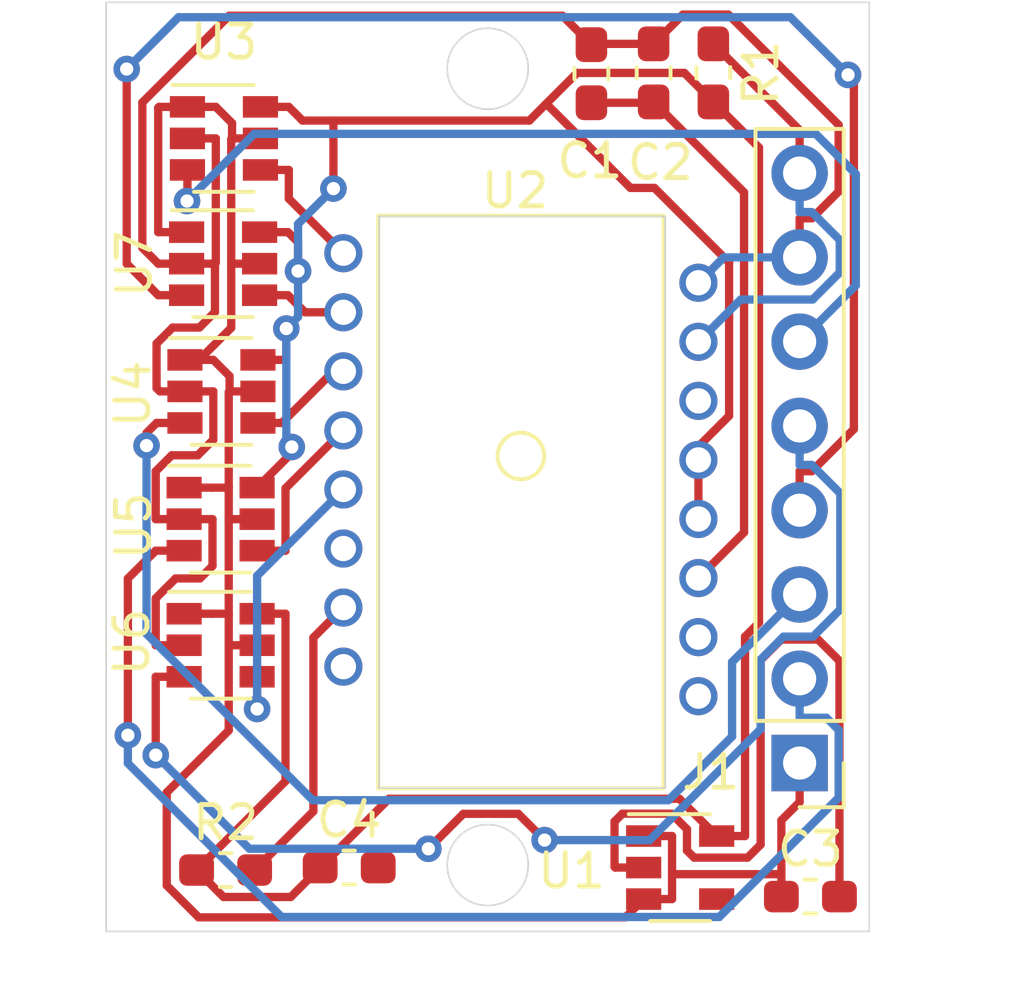
<source format=kicad_pcb>
(kicad_pcb (version 20171130) (host pcbnew 5.1.4-e60b266~84~ubuntu18.04.1)

  (general
    (thickness 1.6)
    (drawings 10)
    (tracks 255)
    (zones 0)
    (modules 14)
    (nets 18)
  )

  (page A4)
  (layers
    (0 F.Cu signal)
    (31 B.Cu signal)
    (32 B.Adhes user)
    (33 F.Adhes user)
    (34 B.Paste user)
    (35 F.Paste user)
    (36 B.SilkS user)
    (37 F.SilkS user)
    (38 B.Mask user)
    (39 F.Mask user)
    (40 Dwgs.User user)
    (41 Cmts.User user)
    (42 Eco1.User user)
    (43 Eco2.User user)
    (44 Edge.Cuts user)
    (45 Margin user)
    (46 B.CrtYd user)
    (47 F.CrtYd user)
    (48 B.Fab user)
    (49 F.Fab user)
  )

  (setup
    (last_trace_width 0.25)
    (trace_clearance 0.2)
    (zone_clearance 0.508)
    (zone_45_only no)
    (trace_min 0.2)
    (via_size 0.8)
    (via_drill 0.4)
    (via_min_size 0.4)
    (via_min_drill 0.3)
    (uvia_size 0.3)
    (uvia_drill 0.1)
    (uvias_allowed no)
    (uvia_min_size 0.2)
    (uvia_min_drill 0.1)
    (edge_width 0.05)
    (segment_width 0.2)
    (pcb_text_width 0.3)
    (pcb_text_size 1.5 1.5)
    (mod_edge_width 0.12)
    (mod_text_size 1 1)
    (mod_text_width 0.15)
    (pad_size 1.524 1.524)
    (pad_drill 0.762)
    (pad_to_mask_clearance 0.051)
    (solder_mask_min_width 0.25)
    (aux_axis_origin 0 0)
    (visible_elements FFFDFF7F)
    (pcbplotparams
      (layerselection 0x010fc_ffffffff)
      (usegerberextensions false)
      (usegerberattributes false)
      (usegerberadvancedattributes false)
      (creategerberjobfile false)
      (excludeedgelayer true)
      (linewidth 0.100000)
      (plotframeref false)
      (viasonmask false)
      (mode 1)
      (useauxorigin false)
      (hpglpennumber 1)
      (hpglpenspeed 20)
      (hpglpendiameter 15.000000)
      (psnegative false)
      (psa4output false)
      (plotreference true)
      (plotvalue true)
      (plotinvisibletext false)
      (padsonsilk false)
      (subtractmaskfromsilk false)
      (outputformat 4)
      (mirror false)
      (drillshape 0)
      (scaleselection 1)
      (outputdirectory "plots/"))
  )

  (net 0 "")
  (net 1 MISO)
  (net 2 MOSI)
  (net 3 SCLK)
  (net 4 MOTION)
  (net 5 GND)
  (net 6 VDD)
  (net 7 "Net-(C1-Pad2)")
  (net 8 "Net-(C3-Pad2)")
  (net 9 VIN)
  (net 10 RESET)
  (net 11 MOTION_3.3V)
  (net 12 SS_3.3V)
  (net 13 SLCK_3.3V)
  (net 14 MOIS_3.3V)
  (net 15 MISO_3.3V)
  (net 16 "Net-(R2-Pad2)")
  (net 17 SS)

  (net_class Default "This is the default net class."
    (clearance 0.2)
    (trace_width 0.25)
    (via_dia 0.8)
    (via_drill 0.4)
    (uvia_dia 0.3)
    (uvia_drill 0.1)
    (add_net GND)
    (add_net MISO)
    (add_net MISO_3.3V)
    (add_net MOIS_3.3V)
    (add_net MOSI)
    (add_net MOTION)
    (add_net MOTION_3.3V)
    (add_net "Net-(C1-Pad2)")
    (add_net "Net-(C3-Pad2)")
    (add_net "Net-(R2-Pad2)")
    (add_net RESET)
    (add_net SCLK)
    (add_net SLCK_3.3V)
    (add_net SS)
    (add_net SS_3.3V)
    (add_net VDD)
    (add_net VIN)
  )

  (module Package_TO_SOT_SMD:SOT-23-6 (layer F.Cu) (tedit 5A02FF57) (tstamp 5D606131)
    (at 126.575 90.975)
    (descr "6-pin SOT-23 package")
    (tags SOT-23-6)
    (path /5D65085A)
    (attr smd)
    (fp_text reference U7 (at -2.675 0 90) (layer F.SilkS)
      (effects (font (size 1 1) (thickness 0.15)))
    )
    (fp_text value SN74LVC1T45DBV (at 0 2.9) (layer F.Fab)
      (effects (font (size 1 1) (thickness 0.15)))
    )
    (fp_line (start 0.9 -1.55) (end 0.9 1.55) (layer F.Fab) (width 0.1))
    (fp_line (start 0.9 1.55) (end -0.9 1.55) (layer F.Fab) (width 0.1))
    (fp_line (start -0.9 -0.9) (end -0.9 1.55) (layer F.Fab) (width 0.1))
    (fp_line (start 0.9 -1.55) (end -0.25 -1.55) (layer F.Fab) (width 0.1))
    (fp_line (start -0.9 -0.9) (end -0.25 -1.55) (layer F.Fab) (width 0.1))
    (fp_line (start -1.9 -1.8) (end -1.9 1.8) (layer F.CrtYd) (width 0.05))
    (fp_line (start -1.9 1.8) (end 1.9 1.8) (layer F.CrtYd) (width 0.05))
    (fp_line (start 1.9 1.8) (end 1.9 -1.8) (layer F.CrtYd) (width 0.05))
    (fp_line (start 1.9 -1.8) (end -1.9 -1.8) (layer F.CrtYd) (width 0.05))
    (fp_line (start 0.9 -1.61) (end -1.55 -1.61) (layer F.SilkS) (width 0.12))
    (fp_line (start -0.9 1.61) (end 0.9 1.61) (layer F.SilkS) (width 0.12))
    (fp_text user %R (at 0 0 90) (layer F.Fab)
      (effects (font (size 0.5 0.5) (thickness 0.075)))
    )
    (pad 5 smd rect (at 1.1 0) (size 1.06 0.65) (layers F.Cu F.Paste F.Mask)
      (net 9 VIN))
    (pad 6 smd rect (at 1.1 -0.95) (size 1.06 0.65) (layers F.Cu F.Paste F.Mask)
      (net 6 VDD))
    (pad 4 smd rect (at 1.1 0.95) (size 1.06 0.65) (layers F.Cu F.Paste F.Mask)
      (net 3 SCLK))
    (pad 3 smd rect (at -1.1 0.95) (size 1.06 0.65) (layers F.Cu F.Paste F.Mask)
      (net 13 SLCK_3.3V))
    (pad 2 smd rect (at -1.1 0) (size 1.06 0.65) (layers F.Cu F.Paste F.Mask)
      (net 5 GND))
    (pad 1 smd rect (at -1.1 -0.95) (size 1.06 0.65) (layers F.Cu F.Paste F.Mask)
      (net 9 VIN))
    (model ${KISYS3DMOD}/Package_TO_SOT_SMD.3dshapes/SOT-23-6.wrl
      (at (xyz 0 0 0))
      (scale (xyz 1 1 1))
      (rotate (xyz 0 0 0))
    )
  )

  (module Package_TO_SOT_SMD:SOT-23-6 (layer F.Cu) (tedit 5A02FF57) (tstamp 5D606669)
    (at 126.5 102.475)
    (descr "6-pin SOT-23 package")
    (tags SOT-23-6)
    (path /5D64E165)
    (attr smd)
    (fp_text reference U6 (at -2.675 -0.1 90) (layer F.SilkS)
      (effects (font (size 1 1) (thickness 0.15)))
    )
    (fp_text value SN74LVC1T45DBV (at 0 2.9) (layer F.Fab)
      (effects (font (size 1 1) (thickness 0.15)))
    )
    (fp_line (start 0.9 -1.55) (end 0.9 1.55) (layer F.Fab) (width 0.1))
    (fp_line (start 0.9 1.55) (end -0.9 1.55) (layer F.Fab) (width 0.1))
    (fp_line (start -0.9 -0.9) (end -0.9 1.55) (layer F.Fab) (width 0.1))
    (fp_line (start 0.9 -1.55) (end -0.25 -1.55) (layer F.Fab) (width 0.1))
    (fp_line (start -0.9 -0.9) (end -0.25 -1.55) (layer F.Fab) (width 0.1))
    (fp_line (start -1.9 -1.8) (end -1.9 1.8) (layer F.CrtYd) (width 0.05))
    (fp_line (start -1.9 1.8) (end 1.9 1.8) (layer F.CrtYd) (width 0.05))
    (fp_line (start 1.9 1.8) (end 1.9 -1.8) (layer F.CrtYd) (width 0.05))
    (fp_line (start 1.9 -1.8) (end -1.9 -1.8) (layer F.CrtYd) (width 0.05))
    (fp_line (start 0.9 -1.61) (end -1.55 -1.61) (layer F.SilkS) (width 0.12))
    (fp_line (start -0.9 1.61) (end 0.9 1.61) (layer F.SilkS) (width 0.12))
    (fp_text user %R (at 0 0 90) (layer F.Fab)
      (effects (font (size 0.5 0.5) (thickness 0.075)))
    )
    (pad 5 smd rect (at 1.1 0) (size 1.06 0.65) (layers F.Cu F.Paste F.Mask)
      (net 9 VIN))
    (pad 6 smd rect (at 1.1 -0.95) (size 1.06 0.65) (layers F.Cu F.Paste F.Mask)
      (net 6 VDD))
    (pad 4 smd rect (at 1.1 0.95) (size 1.06 0.65) (layers F.Cu F.Paste F.Mask)
      (net 17 SS))
    (pad 3 smd rect (at -1.1 0.95) (size 1.06 0.65) (layers F.Cu F.Paste F.Mask)
      (net 12 SS_3.3V))
    (pad 2 smd rect (at -1.1 0) (size 1.06 0.65) (layers F.Cu F.Paste F.Mask)
      (net 5 GND))
    (pad 1 smd rect (at -1.1 -0.95) (size 1.06 0.65) (layers F.Cu F.Paste F.Mask)
      (net 9 VIN))
    (model ${KISYS3DMOD}/Package_TO_SOT_SMD.3dshapes/SOT-23-6.wrl
      (at (xyz 0 0 0))
      (scale (xyz 1 1 1))
      (rotate (xyz 0 0 0))
    )
  )

  (module Package_TO_SOT_SMD:SOT-23-6 (layer F.Cu) (tedit 5A02FF57) (tstamp 5D606105)
    (at 126.5 98.675)
    (descr "6-pin SOT-23 package")
    (tags SOT-23-6)
    (path /5D65104E)
    (attr smd)
    (fp_text reference U5 (at -2.625 0.2 90) (layer F.SilkS)
      (effects (font (size 1 1) (thickness 0.15)))
    )
    (fp_text value SN74LVC1T45DBV (at 0 2.9) (layer F.Fab)
      (effects (font (size 1 1) (thickness 0.15)))
    )
    (fp_line (start 0.9 -1.55) (end 0.9 1.55) (layer F.Fab) (width 0.1))
    (fp_line (start 0.9 1.55) (end -0.9 1.55) (layer F.Fab) (width 0.1))
    (fp_line (start -0.9 -0.9) (end -0.9 1.55) (layer F.Fab) (width 0.1))
    (fp_line (start 0.9 -1.55) (end -0.25 -1.55) (layer F.Fab) (width 0.1))
    (fp_line (start -0.9 -0.9) (end -0.25 -1.55) (layer F.Fab) (width 0.1))
    (fp_line (start -1.9 -1.8) (end -1.9 1.8) (layer F.CrtYd) (width 0.05))
    (fp_line (start -1.9 1.8) (end 1.9 1.8) (layer F.CrtYd) (width 0.05))
    (fp_line (start 1.9 1.8) (end 1.9 -1.8) (layer F.CrtYd) (width 0.05))
    (fp_line (start 1.9 -1.8) (end -1.9 -1.8) (layer F.CrtYd) (width 0.05))
    (fp_line (start 0.9 -1.61) (end -1.55 -1.61) (layer F.SilkS) (width 0.12))
    (fp_line (start -0.9 1.61) (end 0.9 1.61) (layer F.SilkS) (width 0.12))
    (fp_text user %R (at 0 0 90) (layer F.Fab)
      (effects (font (size 0.5 0.5) (thickness 0.075)))
    )
    (pad 5 smd rect (at 1.1 0) (size 1.06 0.65) (layers F.Cu F.Paste F.Mask)
      (net 9 VIN))
    (pad 6 smd rect (at 1.1 -0.95) (size 1.06 0.65) (layers F.Cu F.Paste F.Mask)
      (net 6 VDD))
    (pad 4 smd rect (at 1.1 0.95) (size 1.06 0.65) (layers F.Cu F.Paste F.Mask)
      (net 1 MISO))
    (pad 3 smd rect (at -1.1 0.95) (size 1.06 0.65) (layers F.Cu F.Paste F.Mask)
      (net 15 MISO_3.3V))
    (pad 2 smd rect (at -1.1 0) (size 1.06 0.65) (layers F.Cu F.Paste F.Mask)
      (net 5 GND))
    (pad 1 smd rect (at -1.1 -0.95) (size 1.06 0.65) (layers F.Cu F.Paste F.Mask)
      (net 9 VIN))
    (model ${KISYS3DMOD}/Package_TO_SOT_SMD.3dshapes/SOT-23-6.wrl
      (at (xyz 0 0 0))
      (scale (xyz 1 1 1))
      (rotate (xyz 0 0 0))
    )
  )

  (module Package_TO_SOT_SMD:SOT-23-6 (layer F.Cu) (tedit 5A02FF57) (tstamp 5D6060EF)
    (at 126.525 94.825)
    (descr "6-pin SOT-23 package")
    (tags SOT-23-6)
    (path /5D64FCE5)
    (attr smd)
    (fp_text reference U4 (at -2.675 0.075 90) (layer F.SilkS)
      (effects (font (size 1 1) (thickness 0.15)))
    )
    (fp_text value SN74LVC1T45DBV (at 0 2.9) (layer F.Fab)
      (effects (font (size 1 1) (thickness 0.15)))
    )
    (fp_line (start 0.9 -1.55) (end 0.9 1.55) (layer F.Fab) (width 0.1))
    (fp_line (start 0.9 1.55) (end -0.9 1.55) (layer F.Fab) (width 0.1))
    (fp_line (start -0.9 -0.9) (end -0.9 1.55) (layer F.Fab) (width 0.1))
    (fp_line (start 0.9 -1.55) (end -0.25 -1.55) (layer F.Fab) (width 0.1))
    (fp_line (start -0.9 -0.9) (end -0.25 -1.55) (layer F.Fab) (width 0.1))
    (fp_line (start -1.9 -1.8) (end -1.9 1.8) (layer F.CrtYd) (width 0.05))
    (fp_line (start -1.9 1.8) (end 1.9 1.8) (layer F.CrtYd) (width 0.05))
    (fp_line (start 1.9 1.8) (end 1.9 -1.8) (layer F.CrtYd) (width 0.05))
    (fp_line (start 1.9 -1.8) (end -1.9 -1.8) (layer F.CrtYd) (width 0.05))
    (fp_line (start 0.9 -1.61) (end -1.55 -1.61) (layer F.SilkS) (width 0.12))
    (fp_line (start -0.9 1.61) (end 0.9 1.61) (layer F.SilkS) (width 0.12))
    (fp_text user %R (at 0 0 90) (layer F.Fab)
      (effects (font (size 0.5 0.5) (thickness 0.075)))
    )
    (pad 5 smd rect (at 1.1 0) (size 1.06 0.65) (layers F.Cu F.Paste F.Mask)
      (net 9 VIN))
    (pad 6 smd rect (at 1.1 -0.95) (size 1.06 0.65) (layers F.Cu F.Paste F.Mask)
      (net 6 VDD))
    (pad 4 smd rect (at 1.1 0.95) (size 1.06 0.65) (layers F.Cu F.Paste F.Mask)
      (net 2 MOSI))
    (pad 3 smd rect (at -1.1 0.95) (size 1.06 0.65) (layers F.Cu F.Paste F.Mask)
      (net 14 MOIS_3.3V))
    (pad 2 smd rect (at -1.1 0) (size 1.06 0.65) (layers F.Cu F.Paste F.Mask)
      (net 5 GND))
    (pad 1 smd rect (at -1.1 -0.95) (size 1.06 0.65) (layers F.Cu F.Paste F.Mask)
      (net 9 VIN))
    (model ${KISYS3DMOD}/Package_TO_SOT_SMD.3dshapes/SOT-23-6.wrl
      (at (xyz 0 0 0))
      (scale (xyz 1 1 1))
      (rotate (xyz 0 0 0))
    )
  )

  (module Package_TO_SOT_SMD:SOT-23-6 (layer F.Cu) (tedit 5A02FF57) (tstamp 5D6060D9)
    (at 126.6 87.2)
    (descr "6-pin SOT-23 package")
    (tags SOT-23-6)
    (path /5D618C4E)
    (attr smd)
    (fp_text reference U3 (at 0 -2.9) (layer F.SilkS)
      (effects (font (size 1 1) (thickness 0.15)))
    )
    (fp_text value SN74LVC1T45DBV (at 0 2.9) (layer F.Fab)
      (effects (font (size 1 1) (thickness 0.15)))
    )
    (fp_line (start 0.9 -1.55) (end 0.9 1.55) (layer F.Fab) (width 0.1))
    (fp_line (start 0.9 1.55) (end -0.9 1.55) (layer F.Fab) (width 0.1))
    (fp_line (start -0.9 -0.9) (end -0.9 1.55) (layer F.Fab) (width 0.1))
    (fp_line (start 0.9 -1.55) (end -0.25 -1.55) (layer F.Fab) (width 0.1))
    (fp_line (start -0.9 -0.9) (end -0.25 -1.55) (layer F.Fab) (width 0.1))
    (fp_line (start -1.9 -1.8) (end -1.9 1.8) (layer F.CrtYd) (width 0.05))
    (fp_line (start -1.9 1.8) (end 1.9 1.8) (layer F.CrtYd) (width 0.05))
    (fp_line (start 1.9 1.8) (end 1.9 -1.8) (layer F.CrtYd) (width 0.05))
    (fp_line (start 1.9 -1.8) (end -1.9 -1.8) (layer F.CrtYd) (width 0.05))
    (fp_line (start 0.9 -1.61) (end -1.55 -1.61) (layer F.SilkS) (width 0.12))
    (fp_line (start -0.9 1.61) (end 0.9 1.61) (layer F.SilkS) (width 0.12))
    (fp_text user %R (at 0 0 90) (layer F.Fab)
      (effects (font (size 0.5 0.5) (thickness 0.075)))
    )
    (pad 5 smd rect (at 1.1 0) (size 1.06 0.65) (layers F.Cu F.Paste F.Mask)
      (net 9 VIN))
    (pad 6 smd rect (at 1.1 -0.95) (size 1.06 0.65) (layers F.Cu F.Paste F.Mask)
      (net 6 VDD))
    (pad 4 smd rect (at 1.1 0.95) (size 1.06 0.65) (layers F.Cu F.Paste F.Mask)
      (net 4 MOTION))
    (pad 3 smd rect (at -1.1 0.95) (size 1.06 0.65) (layers F.Cu F.Paste F.Mask)
      (net 11 MOTION_3.3V))
    (pad 2 smd rect (at -1.1 0) (size 1.06 0.65) (layers F.Cu F.Paste F.Mask)
      (net 5 GND))
    (pad 1 smd rect (at -1.1 -0.95) (size 1.06 0.65) (layers F.Cu F.Paste F.Mask)
      (net 9 VIN))
    (model ${KISYS3DMOD}/Package_TO_SOT_SMD.3dshapes/SOT-23-6.wrl
      (at (xyz 0 0 0))
      (scale (xyz 1 1 1))
      (rotate (xyz 0 0 0))
    )
  )

  (module pmw3389:PMW3389 (layer F.Cu) (tedit 5D07F677) (tstamp 5D6060C3)
    (at 135.55 96.77)
    (path /5D601417)
    (fp_text reference U2 (at -0.174999 -7.995 180) (layer F.SilkS)
      (effects (font (size 1 1) (thickness 0.15)))
    )
    (fp_text value PMW3360 (at 0 -8) (layer F.Fab)
      (effects (font (size 1 1) (thickness 0.15)))
    )
    (fp_line (start 4.3 -7.24) (end 4.3 10.02) (layer F.SilkS) (width 0.12))
    (fp_line (start -4.3 -7.24) (end -4.3 10.02) (layer F.SilkS) (width 0.12))
    (fp_line (start -4.3 10.02) (end 4.3 10.02) (layer F.SilkS) (width 0.12))
    (fp_line (start -4.3 -7.24) (end 4.3 -7.24) (layer F.SilkS) (width 0.12))
    (fp_circle (center 0 0) (end 0.7 -0.05) (layer F.SilkS) (width 0.12))
    (pad 9 thru_hole circle (at -5.35 -6.11) (size 1.15 1.15) (drill 0.762) (layers *.Cu *.Mask)
      (net 4 MOTION))
    (pad 8 thru_hole circle (at 5.35 -5.22) (size 1.15 1.15) (drill 0.762) (layers *.Cu *.Mask)
      (net 5 GND))
    (pad 10 thru_hole circle (at -5.35 -4.33) (size 1.15 1.15) (drill 0.762) (layers *.Cu *.Mask)
      (net 3 SCLK))
    (pad 7 thru_hole circle (at 5.35 -3.44) (size 1.15 1.15) (drill 0.762) (layers *.Cu *.Mask)
      (net 10 RESET))
    (pad 11 thru_hole circle (at -5.35 -2.55) (size 1.15 1.15) (drill 0.762) (layers *.Cu *.Mask)
      (net 2 MOSI))
    (pad 6 thru_hole circle (at 5.35 -1.66) (size 1.15 1.15) (drill 0.762) (layers *.Cu *.Mask))
    (pad 12 thru_hole circle (at -5.35 -0.77) (size 1.15 1.15) (drill 0.762) (layers *.Cu *.Mask)
      (net 1 MISO))
    (pad 5 thru_hole circle (at 5.35 0.12) (size 1.15 1.15) (drill 0.762) (layers *.Cu *.Mask)
      (net 6 VDD))
    (pad 13 thru_hole circle (at -5.35 1.01) (size 1.15 1.15) (drill 0.762) (layers *.Cu *.Mask)
      (net 17 SS))
    (pad 4 thru_hole circle (at 5.35 1.9) (size 1.15 1.15) (drill 0.762) (layers *.Cu *.Mask)
      (net 6 VDD))
    (pad 14 thru_hole circle (at -5.35 2.79) (size 1.15 1.15) (drill 0.762) (layers *.Cu *.Mask))
    (pad 3 thru_hole circle (at 5.35 3.68) (size 1.15 1.15) (drill 0.762) (layers *.Cu *.Mask)
      (net 7 "Net-(C1-Pad2)"))
    (pad 15 thru_hole circle (at -5.35 4.57) (size 1.15 1.15) (drill 0.762) (layers *.Cu *.Mask)
      (net 16 "Net-(R2-Pad2)"))
    (pad 2 thru_hole circle (at 5.35 5.46) (size 1.15 1.15) (drill 0.762) (layers *.Cu *.Mask))
    (pad 16 thru_hole circle (at -5.35 6.35) (size 1.15 1.15) (drill 0.762) (layers *.Cu *.Mask))
    (pad 1 thru_hole circle (at 5.35 7.24) (size 1.15 1.15) (drill 0.762) (layers *.Cu *.Mask))
  )

  (module Package_TO_SOT_SMD:SOT-23-5 (layer F.Cu) (tedit 5A02FF57) (tstamp 5D6060AA)
    (at 140.35 109.175)
    (descr "5-pin SOT23 package")
    (tags SOT-23-5)
    (path /5D60A58A)
    (attr smd)
    (fp_text reference U1 (at -3.275 0.1) (layer F.SilkS)
      (effects (font (size 1 1) (thickness 0.15)))
    )
    (fp_text value TLV70019_SOT23-5 (at 0 2.9) (layer F.Fab)
      (effects (font (size 1 1) (thickness 0.15)))
    )
    (fp_line (start 0.9 -1.55) (end 0.9 1.55) (layer F.Fab) (width 0.1))
    (fp_line (start 0.9 1.55) (end -0.9 1.55) (layer F.Fab) (width 0.1))
    (fp_line (start -0.9 -0.9) (end -0.9 1.55) (layer F.Fab) (width 0.1))
    (fp_line (start 0.9 -1.55) (end -0.25 -1.55) (layer F.Fab) (width 0.1))
    (fp_line (start -0.9 -0.9) (end -0.25 -1.55) (layer F.Fab) (width 0.1))
    (fp_line (start -1.9 1.8) (end -1.9 -1.8) (layer F.CrtYd) (width 0.05))
    (fp_line (start 1.9 1.8) (end -1.9 1.8) (layer F.CrtYd) (width 0.05))
    (fp_line (start 1.9 -1.8) (end 1.9 1.8) (layer F.CrtYd) (width 0.05))
    (fp_line (start -1.9 -1.8) (end 1.9 -1.8) (layer F.CrtYd) (width 0.05))
    (fp_line (start 0.9 -1.61) (end -1.55 -1.61) (layer F.SilkS) (width 0.12))
    (fp_line (start -0.9 1.61) (end 0.9 1.61) (layer F.SilkS) (width 0.12))
    (fp_text user %R (at 0 0 90) (layer F.Fab)
      (effects (font (size 0.5 0.5) (thickness 0.075)))
    )
    (pad 5 smd rect (at 1.1 -0.95) (size 1.06 0.65) (layers F.Cu F.Paste F.Mask)
      (net 6 VDD))
    (pad 4 smd rect (at 1.1 0.95) (size 1.06 0.65) (layers F.Cu F.Paste F.Mask))
    (pad 3 smd rect (at -1.1 0.95) (size 1.06 0.65) (layers F.Cu F.Paste F.Mask)
      (net 9 VIN))
    (pad 2 smd rect (at -1.1 0) (size 1.06 0.65) (layers F.Cu F.Paste F.Mask)
      (net 8 "Net-(C3-Pad2)"))
    (pad 1 smd rect (at -1.1 -0.95) (size 1.06 0.65) (layers F.Cu F.Paste F.Mask)
      (net 9 VIN))
    (model ${KISYS3DMOD}/Package_TO_SOT_SMD.3dshapes/SOT-23-5.wrl
      (at (xyz 0 0 0))
      (scale (xyz 1 1 1))
      (rotate (xyz 0 0 0))
    )
  )

  (module Resistor_SMD:R_0603_1608Metric_Pad1.05x0.95mm_HandSolder (layer F.Cu) (tedit 5B301BBD) (tstamp 5D606095)
    (at 126.65 109.25)
    (descr "Resistor SMD 0603 (1608 Metric), square (rectangular) end terminal, IPC_7351 nominal with elongated pad for handsoldering. (Body size source: http://www.tortai-tech.com/upload/download/2011102023233369053.pdf), generated with kicad-footprint-generator")
    (tags "resistor handsolder")
    (path /5D61281E)
    (attr smd)
    (fp_text reference R2 (at 0 -1.43) (layer F.SilkS)
      (effects (font (size 1 1) (thickness 0.15)))
    )
    (fp_text value 39 (at 0 1.43) (layer F.Fab)
      (effects (font (size 1 1) (thickness 0.15)))
    )
    (fp_text user %R (at 0 0) (layer F.Fab)
      (effects (font (size 0.4 0.4) (thickness 0.06)))
    )
    (fp_line (start 1.65 0.73) (end -1.65 0.73) (layer F.CrtYd) (width 0.05))
    (fp_line (start 1.65 -0.73) (end 1.65 0.73) (layer F.CrtYd) (width 0.05))
    (fp_line (start -1.65 -0.73) (end 1.65 -0.73) (layer F.CrtYd) (width 0.05))
    (fp_line (start -1.65 0.73) (end -1.65 -0.73) (layer F.CrtYd) (width 0.05))
    (fp_line (start -0.171267 0.51) (end 0.171267 0.51) (layer F.SilkS) (width 0.12))
    (fp_line (start -0.171267 -0.51) (end 0.171267 -0.51) (layer F.SilkS) (width 0.12))
    (fp_line (start 0.8 0.4) (end -0.8 0.4) (layer F.Fab) (width 0.1))
    (fp_line (start 0.8 -0.4) (end 0.8 0.4) (layer F.Fab) (width 0.1))
    (fp_line (start -0.8 -0.4) (end 0.8 -0.4) (layer F.Fab) (width 0.1))
    (fp_line (start -0.8 0.4) (end -0.8 -0.4) (layer F.Fab) (width 0.1))
    (pad 2 smd roundrect (at 0.875 0) (size 1.05 0.95) (layers F.Cu F.Paste F.Mask) (roundrect_rratio 0.25)
      (net 16 "Net-(R2-Pad2)"))
    (pad 1 smd roundrect (at -0.875 0) (size 1.05 0.95) (layers F.Cu F.Paste F.Mask) (roundrect_rratio 0.25)
      (net 6 VDD))
    (model ${KISYS3DMOD}/Resistor_SMD.3dshapes/R_0603_1608Metric.wrl
      (at (xyz 0 0 0))
      (scale (xyz 1 1 1))
      (rotate (xyz 0 0 0))
    )
  )

  (module Resistor_SMD:R_0603_1608Metric_Pad1.05x0.95mm_HandSolder (layer F.Cu) (tedit 5B301BBD) (tstamp 5D606084)
    (at 141.35 85.225 270)
    (descr "Resistor SMD 0603 (1608 Metric), square (rectangular) end terminal, IPC_7351 nominal with elongated pad for handsoldering. (Body size source: http://www.tortai-tech.com/upload/download/2011102023233369053.pdf), generated with kicad-footprint-generator")
    (tags "resistor handsolder")
    (path /5D610921)
    (attr smd)
    (fp_text reference R1 (at 0 -1.43 90) (layer F.SilkS)
      (effects (font (size 1 1) (thickness 0.15)))
    )
    (fp_text value 10K (at 0 1.43 90) (layer F.Fab)
      (effects (font (size 1 1) (thickness 0.15)))
    )
    (fp_text user %R (at 0 0 90) (layer F.Fab)
      (effects (font (size 0.4 0.4) (thickness 0.06)))
    )
    (fp_line (start 1.65 0.73) (end -1.65 0.73) (layer F.CrtYd) (width 0.05))
    (fp_line (start 1.65 -0.73) (end 1.65 0.73) (layer F.CrtYd) (width 0.05))
    (fp_line (start -1.65 -0.73) (end 1.65 -0.73) (layer F.CrtYd) (width 0.05))
    (fp_line (start -1.65 0.73) (end -1.65 -0.73) (layer F.CrtYd) (width 0.05))
    (fp_line (start -0.171267 0.51) (end 0.171267 0.51) (layer F.SilkS) (width 0.12))
    (fp_line (start -0.171267 -0.51) (end 0.171267 -0.51) (layer F.SilkS) (width 0.12))
    (fp_line (start 0.8 0.4) (end -0.8 0.4) (layer F.Fab) (width 0.1))
    (fp_line (start 0.8 -0.4) (end 0.8 0.4) (layer F.Fab) (width 0.1))
    (fp_line (start -0.8 -0.4) (end 0.8 -0.4) (layer F.Fab) (width 0.1))
    (fp_line (start -0.8 0.4) (end -0.8 -0.4) (layer F.Fab) (width 0.1))
    (pad 2 smd roundrect (at 0.875 0 270) (size 1.05 0.95) (layers F.Cu F.Paste F.Mask) (roundrect_rratio 0.25)
      (net 6 VDD))
    (pad 1 smd roundrect (at -0.875 0 270) (size 1.05 0.95) (layers F.Cu F.Paste F.Mask) (roundrect_rratio 0.25)
      (net 10 RESET))
    (model ${KISYS3DMOD}/Resistor_SMD.3dshapes/R_0603_1608Metric.wrl
      (at (xyz 0 0 0))
      (scale (xyz 1 1 1))
      (rotate (xyz 0 0 0))
    )
  )

  (module Connector_PinHeader_2.54mm:PinHeader_1x08_P2.54mm_Vertical (layer F.Cu) (tedit 59FED5CC) (tstamp 5D606295)
    (at 143.95 106.025 180)
    (descr "Through hole straight pin header, 1x08, 2.54mm pitch, single row")
    (tags "Through hole pin header THT 1x08 2.54mm single row")
    (path /5D61EC1C)
    (fp_text reference J1 (at 2.675 -0.275) (layer F.SilkS)
      (effects (font (size 1 1) (thickness 0.15)))
    )
    (fp_text value Conn_01x08_Male (at 0 20.11) (layer F.Fab)
      (effects (font (size 1 1) (thickness 0.15)))
    )
    (fp_text user %R (at 0 8.89 90) (layer F.Fab)
      (effects (font (size 1 1) (thickness 0.15)))
    )
    (fp_line (start 1.8 -1.8) (end -1.8 -1.8) (layer F.CrtYd) (width 0.05))
    (fp_line (start 1.8 19.55) (end 1.8 -1.8) (layer F.CrtYd) (width 0.05))
    (fp_line (start -1.8 19.55) (end 1.8 19.55) (layer F.CrtYd) (width 0.05))
    (fp_line (start -1.8 -1.8) (end -1.8 19.55) (layer F.CrtYd) (width 0.05))
    (fp_line (start -1.33 -1.33) (end 0 -1.33) (layer F.SilkS) (width 0.12))
    (fp_line (start -1.33 0) (end -1.33 -1.33) (layer F.SilkS) (width 0.12))
    (fp_line (start -1.33 1.27) (end 1.33 1.27) (layer F.SilkS) (width 0.12))
    (fp_line (start 1.33 1.27) (end 1.33 19.11) (layer F.SilkS) (width 0.12))
    (fp_line (start -1.33 1.27) (end -1.33 19.11) (layer F.SilkS) (width 0.12))
    (fp_line (start -1.33 19.11) (end 1.33 19.11) (layer F.SilkS) (width 0.12))
    (fp_line (start -1.27 -0.635) (end -0.635 -1.27) (layer F.Fab) (width 0.1))
    (fp_line (start -1.27 19.05) (end -1.27 -0.635) (layer F.Fab) (width 0.1))
    (fp_line (start 1.27 19.05) (end -1.27 19.05) (layer F.Fab) (width 0.1))
    (fp_line (start 1.27 -1.27) (end 1.27 19.05) (layer F.Fab) (width 0.1))
    (fp_line (start -0.635 -1.27) (end 1.27 -1.27) (layer F.Fab) (width 0.1))
    (pad 8 thru_hole oval (at 0 17.78 180) (size 1.7 1.7) (drill 1) (layers *.Cu *.Mask)
      (net 10 RESET))
    (pad 7 thru_hole oval (at 0 15.24 180) (size 1.7 1.7) (drill 1) (layers *.Cu *.Mask)
      (net 5 GND))
    (pad 6 thru_hole oval (at 0 12.7 180) (size 1.7 1.7) (drill 1) (layers *.Cu *.Mask)
      (net 11 MOTION_3.3V))
    (pad 5 thru_hole oval (at 0 10.16 180) (size 1.7 1.7) (drill 1) (layers *.Cu *.Mask)
      (net 12 SS_3.3V))
    (pad 4 thru_hole oval (at 0 7.62 180) (size 1.7 1.7) (drill 1) (layers *.Cu *.Mask)
      (net 13 SLCK_3.3V))
    (pad 3 thru_hole oval (at 0 5.08 180) (size 1.7 1.7) (drill 1) (layers *.Cu *.Mask)
      (net 14 MOIS_3.3V))
    (pad 2 thru_hole oval (at 0 2.54 180) (size 1.7 1.7) (drill 1) (layers *.Cu *.Mask)
      (net 15 MISO_3.3V))
    (pad 1 thru_hole rect (at 0 0 180) (size 1.7 1.7) (drill 1) (layers *.Cu *.Mask)
      (net 9 VIN))
    (model ${KISYS3DMOD}/Connector_PinHeader_2.54mm.3dshapes/PinHeader_1x08_P2.54mm_Vertical.wrl
      (at (xyz 0 0 0))
      (scale (xyz 1 1 1))
      (rotate (xyz 0 0 0))
    )
  )

  (module Capacitor_SMD:C_0603_1608Metric_Pad1.05x0.95mm_HandSolder (layer F.Cu) (tedit 5B301BBE) (tstamp 5D606057)
    (at 130.375 109.175)
    (descr "Capacitor SMD 0603 (1608 Metric), square (rectangular) end terminal, IPC_7351 nominal with elongated pad for handsoldering. (Body size source: http://www.tortai-tech.com/upload/download/2011102023233369053.pdf), generated with kicad-footprint-generator")
    (tags "capacitor handsolder")
    (path /5D60E424)
    (attr smd)
    (fp_text reference C4 (at 0 -1.43) (layer F.SilkS)
      (effects (font (size 1 1) (thickness 0.15)))
    )
    (fp_text value 1uF (at 0 1.43) (layer F.Fab)
      (effects (font (size 1 1) (thickness 0.15)))
    )
    (fp_text user %R (at 0 0) (layer F.Fab)
      (effects (font (size 0.4 0.4) (thickness 0.06)))
    )
    (fp_line (start 1.65 0.73) (end -1.65 0.73) (layer F.CrtYd) (width 0.05))
    (fp_line (start 1.65 -0.73) (end 1.65 0.73) (layer F.CrtYd) (width 0.05))
    (fp_line (start -1.65 -0.73) (end 1.65 -0.73) (layer F.CrtYd) (width 0.05))
    (fp_line (start -1.65 0.73) (end -1.65 -0.73) (layer F.CrtYd) (width 0.05))
    (fp_line (start -0.171267 0.51) (end 0.171267 0.51) (layer F.SilkS) (width 0.12))
    (fp_line (start -0.171267 -0.51) (end 0.171267 -0.51) (layer F.SilkS) (width 0.12))
    (fp_line (start 0.8 0.4) (end -0.8 0.4) (layer F.Fab) (width 0.1))
    (fp_line (start 0.8 -0.4) (end 0.8 0.4) (layer F.Fab) (width 0.1))
    (fp_line (start -0.8 -0.4) (end 0.8 -0.4) (layer F.Fab) (width 0.1))
    (fp_line (start -0.8 0.4) (end -0.8 -0.4) (layer F.Fab) (width 0.1))
    (pad 2 smd roundrect (at 0.875 0) (size 1.05 0.95) (layers F.Cu F.Paste F.Mask) (roundrect_rratio 0.25)
      (net 8 "Net-(C3-Pad2)"))
    (pad 1 smd roundrect (at -0.875 0) (size 1.05 0.95) (layers F.Cu F.Paste F.Mask) (roundrect_rratio 0.25)
      (net 6 VDD))
    (model ${KISYS3DMOD}/Capacitor_SMD.3dshapes/C_0603_1608Metric.wrl
      (at (xyz 0 0 0))
      (scale (xyz 1 1 1))
      (rotate (xyz 0 0 0))
    )
  )

  (module Capacitor_SMD:C_0603_1608Metric_Pad1.05x0.95mm_HandSolder (layer F.Cu) (tedit 5B301BBE) (tstamp 5D606046)
    (at 144.275 110.05)
    (descr "Capacitor SMD 0603 (1608 Metric), square (rectangular) end terminal, IPC_7351 nominal with elongated pad for handsoldering. (Body size source: http://www.tortai-tech.com/upload/download/2011102023233369053.pdf), generated with kicad-footprint-generator")
    (tags "capacitor handsolder")
    (path /5D60C7EB)
    (attr smd)
    (fp_text reference C3 (at 0 -1.43) (layer F.SilkS)
      (effects (font (size 1 1) (thickness 0.15)))
    )
    (fp_text value 1uF (at 0 1.43) (layer F.Fab)
      (effects (font (size 1 1) (thickness 0.15)))
    )
    (fp_text user %R (at 0 0) (layer F.Fab)
      (effects (font (size 0.4 0.4) (thickness 0.06)))
    )
    (fp_line (start 1.65 0.73) (end -1.65 0.73) (layer F.CrtYd) (width 0.05))
    (fp_line (start 1.65 -0.73) (end 1.65 0.73) (layer F.CrtYd) (width 0.05))
    (fp_line (start -1.65 -0.73) (end 1.65 -0.73) (layer F.CrtYd) (width 0.05))
    (fp_line (start -1.65 0.73) (end -1.65 -0.73) (layer F.CrtYd) (width 0.05))
    (fp_line (start -0.171267 0.51) (end 0.171267 0.51) (layer F.SilkS) (width 0.12))
    (fp_line (start -0.171267 -0.51) (end 0.171267 -0.51) (layer F.SilkS) (width 0.12))
    (fp_line (start 0.8 0.4) (end -0.8 0.4) (layer F.Fab) (width 0.1))
    (fp_line (start 0.8 -0.4) (end 0.8 0.4) (layer F.Fab) (width 0.1))
    (fp_line (start -0.8 -0.4) (end 0.8 -0.4) (layer F.Fab) (width 0.1))
    (fp_line (start -0.8 0.4) (end -0.8 -0.4) (layer F.Fab) (width 0.1))
    (pad 2 smd roundrect (at 0.875 0) (size 1.05 0.95) (layers F.Cu F.Paste F.Mask) (roundrect_rratio 0.25)
      (net 8 "Net-(C3-Pad2)"))
    (pad 1 smd roundrect (at -0.875 0) (size 1.05 0.95) (layers F.Cu F.Paste F.Mask) (roundrect_rratio 0.25)
      (net 9 VIN))
    (model ${KISYS3DMOD}/Capacitor_SMD.3dshapes/C_0603_1608Metric.wrl
      (at (xyz 0 0 0))
      (scale (xyz 1 1 1))
      (rotate (xyz 0 0 0))
    )
  )

  (module Capacitor_SMD:C_0603_1608Metric_Pad1.05x0.95mm_HandSolder (layer F.Cu) (tedit 5B301BBE) (tstamp 5D606035)
    (at 139.55 85.225 270)
    (descr "Capacitor SMD 0603 (1608 Metric), square (rectangular) end terminal, IPC_7351 nominal with elongated pad for handsoldering. (Body size source: http://www.tortai-tech.com/upload/download/2011102023233369053.pdf), generated with kicad-footprint-generator")
    (tags "capacitor handsolder")
    (path /5D6030A6)
    (attr smd)
    (fp_text reference C2 (at 2.7 -0.2 180) (layer F.SilkS)
      (effects (font (size 1 1) (thickness 0.15)))
    )
    (fp_text value 4.7uF (at 0 1.43 90) (layer F.Fab)
      (effects (font (size 1 1) (thickness 0.15)))
    )
    (fp_text user %R (at 0 0 90) (layer F.Fab)
      (effects (font (size 0.4 0.4) (thickness 0.06)))
    )
    (fp_line (start 1.65 0.73) (end -1.65 0.73) (layer F.CrtYd) (width 0.05))
    (fp_line (start 1.65 -0.73) (end 1.65 0.73) (layer F.CrtYd) (width 0.05))
    (fp_line (start -1.65 -0.73) (end 1.65 -0.73) (layer F.CrtYd) (width 0.05))
    (fp_line (start -1.65 0.73) (end -1.65 -0.73) (layer F.CrtYd) (width 0.05))
    (fp_line (start -0.171267 0.51) (end 0.171267 0.51) (layer F.SilkS) (width 0.12))
    (fp_line (start -0.171267 -0.51) (end 0.171267 -0.51) (layer F.SilkS) (width 0.12))
    (fp_line (start 0.8 0.4) (end -0.8 0.4) (layer F.Fab) (width 0.1))
    (fp_line (start 0.8 -0.4) (end 0.8 0.4) (layer F.Fab) (width 0.1))
    (fp_line (start -0.8 -0.4) (end 0.8 -0.4) (layer F.Fab) (width 0.1))
    (fp_line (start -0.8 0.4) (end -0.8 -0.4) (layer F.Fab) (width 0.1))
    (pad 2 smd roundrect (at 0.875 0 270) (size 1.05 0.95) (layers F.Cu F.Paste F.Mask) (roundrect_rratio 0.25)
      (net 7 "Net-(C1-Pad2)"))
    (pad 1 smd roundrect (at -0.875 0 270) (size 1.05 0.95) (layers F.Cu F.Paste F.Mask) (roundrect_rratio 0.25)
      (net 5 GND))
    (model ${KISYS3DMOD}/Capacitor_SMD.3dshapes/C_0603_1608Metric.wrl
      (at (xyz 0 0 0))
      (scale (xyz 1 1 1))
      (rotate (xyz 0 0 0))
    )
  )

  (module Capacitor_SMD:C_0603_1608Metric_Pad1.05x0.95mm_HandSolder (layer F.Cu) (tedit 5B301BBE) (tstamp 5D60699E)
    (at 137.675 85.25 270)
    (descr "Capacitor SMD 0603 (1608 Metric), square (rectangular) end terminal, IPC_7351 nominal with elongated pad for handsoldering. (Body size source: http://www.tortai-tech.com/upload/download/2011102023233369053.pdf), generated with kicad-footprint-generator")
    (tags "capacitor handsolder")
    (path /5D602D14)
    (attr smd)
    (fp_text reference C1 (at 2.625 0.05 180) (layer F.SilkS)
      (effects (font (size 1 1) (thickness 0.15)))
    )
    (fp_text value 0.1uF (at 0 1.43 90) (layer F.Fab)
      (effects (font (size 1 1) (thickness 0.15)))
    )
    (fp_text user %R (at 0.7 -0.1 90) (layer F.Fab)
      (effects (font (size 0.4 0.4) (thickness 0.06)))
    )
    (fp_line (start 1.65 0.73) (end -1.65 0.73) (layer F.CrtYd) (width 0.05))
    (fp_line (start 1.65 -0.73) (end 1.65 0.73) (layer F.CrtYd) (width 0.05))
    (fp_line (start -1.65 -0.73) (end 1.65 -0.73) (layer F.CrtYd) (width 0.05))
    (fp_line (start -1.65 0.73) (end -1.65 -0.73) (layer F.CrtYd) (width 0.05))
    (fp_line (start -0.171267 0.51) (end 0.171267 0.51) (layer F.SilkS) (width 0.12))
    (fp_line (start -0.171267 -0.51) (end 0.171267 -0.51) (layer F.SilkS) (width 0.12))
    (fp_line (start 0.8 0.4) (end -0.8 0.4) (layer F.Fab) (width 0.1))
    (fp_line (start 0.8 -0.4) (end 0.8 0.4) (layer F.Fab) (width 0.1))
    (fp_line (start -0.8 -0.4) (end 0.8 -0.4) (layer F.Fab) (width 0.1))
    (fp_line (start -0.8 0.4) (end -0.8 -0.4) (layer F.Fab) (width 0.1))
    (pad 2 smd roundrect (at 0.875 0 270) (size 1.05 0.95) (layers F.Cu F.Paste F.Mask) (roundrect_rratio 0.25)
      (net 7 "Net-(C1-Pad2)"))
    (pad 1 smd roundrect (at -0.875 0 270) (size 1.05 0.95) (layers F.Cu F.Paste F.Mask) (roundrect_rratio 0.25)
      (net 5 GND))
    (model ${KISYS3DMOD}/Capacitor_SMD.3dshapes/C_0603_1608Metric.wrl
      (at (xyz 0 0 0))
      (scale (xyz 1 1 1))
      (rotate (xyz 0 0 0))
    )
  )

  (gr_line (start 123.05 111.1) (end 123.05 83.1) (layer Edge.Cuts) (width 0.05))
  (gr_line (start 123.05 83.1) (end 146.05 83.1) (layer Edge.Cuts) (width 0.05))
  (gr_line (start 146.05 83.1) (end 146.05 111.1) (layer Edge.Cuts) (width 0.05))
  (gr_line (start 123.05 111.1) (end 146.05 111.1) (layer Edge.Cuts) (width 0.05))
  (gr_circle (center 134.55 85.1) (end 135.77 85.1) (layer Edge.Cuts) (width 0.05))
  (gr_circle (center 134.55 109.1) (end 135.77 109.1) (layer Edge.Cuts) (width 0.05))
  (gr_line (start 131.275 106.775) (end 131.275 89.55) (layer Edge.Cuts) (width 0.05))
  (gr_line (start 139.9 106.775) (end 131.275 106.775) (layer Edge.Cuts) (width 0.05))
  (gr_line (start 139.9 89.55) (end 139.9 106.775) (layer Edge.Cuts) (width 0.05))
  (gr_line (start 131.275 89.55) (end 139.9 89.55) (layer Edge.Cuts) (width 0.05))

  (segment (start 127.6 99.625) (end 128.4553 99.625) (width 0.25) (layer F.Cu) (net 1))
  (segment (start 130.2 96) (end 128.4553 97.7447) (width 0.25) (layer F.Cu) (net 1))
  (segment (start 128.4553 97.7447) (end 128.4553 99.625) (width 0.25) (layer F.Cu) (net 1))
  (segment (start 130.2 94.22) (end 129.8993 94.22) (width 0.25) (layer F.Cu) (net 2))
  (segment (start 129.8993 94.22) (end 128.3443 95.775) (width 0.25) (layer F.Cu) (net 2))
  (segment (start 128.3443 95.775) (end 127.625 95.775) (width 0.25) (layer F.Cu) (net 2))
  (segment (start 127.675 91.925) (end 128.5303 91.925) (width 0.25) (layer F.Cu) (net 3))
  (segment (start 130.2 92.44) (end 129.0453 92.44) (width 0.25) (layer F.Cu) (net 3))
  (segment (start 129.0453 92.44) (end 128.5303 91.925) (width 0.25) (layer F.Cu) (net 3))
  (segment (start 130.2 90.66) (end 128.5553 89.0153) (width 0.25) (layer F.Cu) (net 4))
  (segment (start 128.5553 89.0153) (end 128.5553 88.15) (width 0.25) (layer F.Cu) (net 4))
  (segment (start 127.7 88.15) (end 128.5553 88.15) (width 0.25) (layer F.Cu) (net 4))
  (segment (start 124.5447 102.475) (end 124.5447 101.0613) (width 0.25) (layer F.Cu) (net 5))
  (segment (start 124.5447 101.0613) (end 125.144 100.462) (width 0.25) (layer F.Cu) (net 5))
  (segment (start 125.144 100.462) (end 125.8783 100.462) (width 0.25) (layer F.Cu) (net 5))
  (segment (start 125.8783 100.462) (end 126.2553 100.085) (width 0.25) (layer F.Cu) (net 5))
  (segment (start 126.2553 100.085) (end 126.2553 98.675) (width 0.25) (layer F.Cu) (net 5))
  (segment (start 125.425 94.825) (end 126.2803 94.825) (width 0.25) (layer F.Cu) (net 5))
  (segment (start 125.4 98.675) (end 124.5447 98.675) (width 0.25) (layer F.Cu) (net 5))
  (segment (start 124.5447 98.675) (end 124.5447 97.2325) (width 0.25) (layer F.Cu) (net 5))
  (segment (start 124.5447 97.2325) (end 125.0272 96.75) (width 0.25) (layer F.Cu) (net 5))
  (segment (start 125.0272 96.75) (end 125.8105 96.75) (width 0.25) (layer F.Cu) (net 5))
  (segment (start 125.8105 96.75) (end 126.2803 96.2802) (width 0.25) (layer F.Cu) (net 5))
  (segment (start 126.2803 96.2802) (end 126.2803 94.825) (width 0.25) (layer F.Cu) (net 5))
  (segment (start 125.7151 98.675) (end 125.4 98.675) (width 0.25) (layer F.Cu) (net 5))
  (segment (start 125.7151 98.675) (end 126.2553 98.675) (width 0.25) (layer F.Cu) (net 5))
  (segment (start 125.4 102.475) (end 124.5447 102.475) (width 0.25) (layer F.Cu) (net 5))
  (segment (start 124.6698 94.825) (end 124.5697 94.7249) (width 0.25) (layer F.Cu) (net 5))
  (segment (start 124.5697 94.7249) (end 124.5697 93.384) (width 0.25) (layer F.Cu) (net 5))
  (segment (start 124.5697 93.384) (end 125.0537 92.9) (width 0.25) (layer F.Cu) (net 5))
  (segment (start 125.0537 92.9) (end 125.8607 92.9) (width 0.25) (layer F.Cu) (net 5))
  (segment (start 125.8607 92.9) (end 126.3303 92.4304) (width 0.25) (layer F.Cu) (net 5))
  (segment (start 126.3303 92.4304) (end 126.3303 90.975) (width 0.25) (layer F.Cu) (net 5))
  (segment (start 125.425 94.825) (end 124.6698 94.825) (width 0.25) (layer F.Cu) (net 5))
  (segment (start 137.675 84.375) (end 136.803 83.503) (width 0.25) (layer F.Cu) (net 5))
  (segment (start 136.803 83.503) (end 126.7548 83.503) (width 0.25) (layer F.Cu) (net 5))
  (segment (start 126.7548 83.503) (end 124.1413 86.1165) (width 0.25) (layer F.Cu) (net 5))
  (segment (start 124.1413 86.1165) (end 124.1413 90.4966) (width 0.25) (layer F.Cu) (net 5))
  (segment (start 124.1413 90.4966) (end 124.6197 90.975) (width 0.25) (layer F.Cu) (net 5))
  (segment (start 125.475 90.975) (end 124.6197 90.975) (width 0.25) (layer F.Cu) (net 5))
  (segment (start 137.675 84.375) (end 137.7 84.35) (width 0.25) (layer F.Cu) (net 5))
  (segment (start 137.7 84.35) (end 139.55 84.35) (width 0.25) (layer F.Cu) (net 5))
  (segment (start 139.55 84.35) (end 140.433 83.467) (width 0.25) (layer F.Cu) (net 5))
  (segment (start 140.433 83.467) (end 141.8017 83.467) (width 0.25) (layer F.Cu) (net 5))
  (segment (start 141.8017 83.467) (end 145.1253 86.7906) (width 0.25) (layer F.Cu) (net 5))
  (segment (start 145.1253 86.7906) (end 145.1253 88.8018) (width 0.25) (layer F.Cu) (net 5))
  (segment (start 145.1253 88.8018) (end 144.3174 89.6097) (width 0.25) (layer F.Cu) (net 5))
  (segment (start 144.3174 89.6097) (end 143.95 89.6097) (width 0.25) (layer F.Cu) (net 5))
  (segment (start 143.95 90.785) (end 143.95 89.6097) (width 0.25) (layer F.Cu) (net 5))
  (segment (start 126.2177 90.975) (end 126.3303 90.975) (width 0.25) (layer F.Cu) (net 5))
  (segment (start 125.9027 90.975) (end 126.2177 90.975) (width 0.25) (layer F.Cu) (net 5))
  (segment (start 125.9027 90.975) (end 125.475 90.975) (width 0.25) (layer F.Cu) (net 5))
  (segment (start 126.3303 90.975) (end 126.3553 90.95) (width 0.25) (layer F.Cu) (net 5))
  (segment (start 126.3553 90.95) (end 126.3553 87.2) (width 0.25) (layer F.Cu) (net 5))
  (segment (start 143.95 90.785) (end 141.665 90.785) (width 0.25) (layer B.Cu) (net 5))
  (segment (start 141.665 90.785) (end 140.9 91.55) (width 0.25) (layer B.Cu) (net 5))
  (segment (start 125.5 87.2) (end 126.3553 87.2) (width 0.25) (layer F.Cu) (net 5))
  (segment (start 142.3053 108.225) (end 142.3053 102.215) (width 0.25) (layer F.Cu) (net 6))
  (segment (start 142.3053 102.215) (end 142.7255 101.7948) (width 0.25) (layer F.Cu) (net 6))
  (segment (start 142.7255 101.7948) (end 142.7255 87.4755) (width 0.25) (layer F.Cu) (net 6))
  (segment (start 142.7255 87.4755) (end 141.35 86.1) (width 0.25) (layer F.Cu) (net 6))
  (segment (start 125.775 109.25) (end 128.4553 106.5697) (width 0.25) (layer F.Cu) (net 6))
  (segment (start 128.4553 106.5697) (end 128.4553 101.525) (width 0.25) (layer F.Cu) (net 6))
  (segment (start 129.9 86.6628) (end 128.9681 86.6628) (width 0.25) (layer F.Cu) (net 6))
  (segment (start 128.9681 86.6628) (end 128.5553 86.25) (width 0.25) (layer F.Cu) (net 6))
  (segment (start 136.3135 86.1539) (end 135.8046 86.6628) (width 0.25) (layer F.Cu) (net 6))
  (segment (start 135.8046 86.6628) (end 129.9 86.6628) (width 0.25) (layer F.Cu) (net 6))
  (segment (start 129.9 88.7121) (end 129.9 86.6628) (width 0.25) (layer F.Cu) (net 6))
  (segment (start 128.8336 91.1977) (end 128.8336 89.7785) (width 0.25) (layer B.Cu) (net 6))
  (segment (start 128.8336 89.7785) (end 129.9 88.7121) (width 0.25) (layer B.Cu) (net 6))
  (segment (start 128.4803 92.93) (end 128.8336 92.5767) (width 0.25) (layer B.Cu) (net 6))
  (segment (start 128.8336 92.5767) (end 128.8336 91.1977) (width 0.25) (layer B.Cu) (net 6))
  (segment (start 128.645 96.5) (end 128.4803 96.3353) (width 0.25) (layer B.Cu) (net 6))
  (segment (start 128.4803 96.3353) (end 128.4803 92.93) (width 0.25) (layer B.Cu) (net 6))
  (segment (start 127.6 97.725) (end 128.645 96.68) (width 0.25) (layer F.Cu) (net 6))
  (segment (start 128.645 96.68) (end 128.645 96.5) (width 0.25) (layer F.Cu) (net 6))
  (segment (start 128.4803 93.875) (end 128.4803 92.93) (width 0.25) (layer F.Cu) (net 6))
  (segment (start 127.625 93.875) (end 128.4803 93.875) (width 0.25) (layer F.Cu) (net 6))
  (segment (start 128.5303 90.025) (end 128.8336 90.3283) (width 0.25) (layer F.Cu) (net 6))
  (segment (start 128.8336 90.3283) (end 128.8336 91.1977) (width 0.25) (layer F.Cu) (net 6))
  (segment (start 127.675 90.025) (end 128.5303 90.025) (width 0.25) (layer F.Cu) (net 6))
  (segment (start 129.5 109.175) (end 128.6133 110.0617) (width 0.25) (layer F.Cu) (net 6))
  (segment (start 128.6133 110.0617) (end 126.5867 110.0617) (width 0.25) (layer F.Cu) (net 6))
  (segment (start 126.5867 110.0617) (end 125.775 109.25) (width 0.25) (layer F.Cu) (net 6))
  (segment (start 127.6 101.525) (end 128.4553 101.525) (width 0.25) (layer F.Cu) (net 6))
  (segment (start 141.45 108.225) (end 140.3257 107.1007) (width 0.25) (layer F.Cu) (net 6))
  (segment (start 140.3257 107.1007) (end 131.5743 107.1007) (width 0.25) (layer F.Cu) (net 6))
  (segment (start 131.5743 107.1007) (end 129.5 109.175) (width 0.25) (layer F.Cu) (net 6))
  (segment (start 141.35 86.1) (end 140.4763 85.2263) (width 0.25) (layer F.Cu) (net 6))
  (segment (start 140.4763 85.2263) (end 137.2411 85.2263) (width 0.25) (layer F.Cu) (net 6))
  (segment (start 137.2411 85.2263) (end 136.3135 86.1539) (width 0.25) (layer F.Cu) (net 6))
  (segment (start 136.3135 86.1539) (end 138.8514 88.6919) (width 0.25) (layer F.Cu) (net 6))
  (segment (start 138.8514 88.6919) (end 139.574 88.6919) (width 0.25) (layer F.Cu) (net 6))
  (segment (start 139.574 88.6919) (end 141.8249 90.9428) (width 0.25) (layer F.Cu) (net 6))
  (segment (start 141.8249 90.9428) (end 141.8249 95.56) (width 0.25) (layer F.Cu) (net 6))
  (segment (start 141.8249 95.56) (end 140.9 96.4849) (width 0.25) (layer F.Cu) (net 6))
  (segment (start 140.9 96.4849) (end 140.9 96.89) (width 0.25) (layer F.Cu) (net 6))
  (segment (start 141.45 108.225) (end 142.3053 108.225) (width 0.25) (layer F.Cu) (net 6))
  (segment (start 127.7 86.25) (end 128.5553 86.25) (width 0.25) (layer F.Cu) (net 6))
  (segment (start 140.9 98.67) (end 140.9 96.89) (width 0.25) (layer F.Cu) (net 6))
  (via (at 129.9 88.7121) (size 0.8) (layers F.Cu B.Cu) (net 6))
  (via (at 128.645 96.5) (size 0.8) (layers F.Cu B.Cu) (net 6))
  (via (at 128.8336 91.1977) (size 0.8) (layers F.Cu B.Cu) (net 6))
  (via (at 128.4803 92.93) (size 0.8) (layers F.Cu B.Cu) (net 6))
  (segment (start 140.9 100.45) (end 142.2752 99.0748) (width 0.25) (layer F.Cu) (net 7))
  (segment (start 142.2752 99.0748) (end 142.2752 88.8252) (width 0.25) (layer F.Cu) (net 7))
  (segment (start 142.2752 88.8252) (end 139.55 86.1) (width 0.25) (layer F.Cu) (net 7))
  (segment (start 137.675 86.125) (end 139.525 86.125) (width 0.25) (layer F.Cu) (net 7))
  (segment (start 139.525 86.125) (end 139.55 86.1) (width 0.25) (layer F.Cu) (net 7))
  (segment (start 138.372 109.1522) (end 138.372 107.7879) (width 0.25) (layer F.Cu) (net 8))
  (segment (start 138.372 107.7879) (end 138.6085 107.5514) (width 0.25) (layer F.Cu) (net 8))
  (segment (start 138.6085 107.5514) (end 140.0878 107.5514) (width 0.25) (layer F.Cu) (net 8))
  (segment (start 140.0878 107.5514) (end 140.5556 108.0192) (width 0.25) (layer F.Cu) (net 8))
  (segment (start 140.5556 108.0192) (end 140.5556 108.6614) (width 0.25) (layer F.Cu) (net 8))
  (segment (start 140.5556 108.6614) (end 140.7696 108.8754) (width 0.25) (layer F.Cu) (net 8))
  (segment (start 140.7696 108.8754) (end 142.3833 108.8754) (width 0.25) (layer F.Cu) (net 8))
  (segment (start 142.3833 108.8754) (end 142.7747 108.484) (width 0.25) (layer F.Cu) (net 8))
  (segment (start 142.7747 108.484) (end 142.7747 102.9245) (width 0.25) (layer F.Cu) (net 8))
  (segment (start 142.7747 102.9245) (end 143.3955 102.3037) (width 0.25) (layer F.Cu) (net 8))
  (segment (start 143.3955 102.3037) (end 144.5069 102.3037) (width 0.25) (layer F.Cu) (net 8))
  (segment (start 144.5069 102.3037) (end 145.15 102.9468) (width 0.25) (layer F.Cu) (net 8))
  (segment (start 145.15 102.9468) (end 145.15 110.05) (width 0.25) (layer F.Cu) (net 8))
  (segment (start 138.3947 109.175) (end 138.3947 109.1749) (width 0.25) (layer F.Cu) (net 8))
  (segment (start 138.3947 109.1749) (end 138.372 109.1522) (width 0.25) (layer F.Cu) (net 8))
  (segment (start 139.25 109.175) (end 138.3947 109.175) (width 0.25) (layer F.Cu) (net 8))
  (segment (start 139.25 110.125) (end 138.6996 110.6754) (width 0.25) (layer F.Cu) (net 9))
  (segment (start 138.6996 110.6754) (end 125.8389 110.6754) (width 0.25) (layer F.Cu) (net 9))
  (segment (start 125.8389 110.6754) (end 124.8766 109.7131) (width 0.25) (layer F.Cu) (net 9))
  (segment (start 124.8766 109.7131) (end 124.8766 106.912) (width 0.25) (layer F.Cu) (net 9))
  (segment (start 124.8766 106.912) (end 126.7447 105.0439) (width 0.25) (layer F.Cu) (net 9))
  (segment (start 126.7447 105.0439) (end 126.7447 102.475) (width 0.25) (layer F.Cu) (net 9))
  (segment (start 139.6777 110.125) (end 139.25 110.125) (width 0.25) (layer F.Cu) (net 9))
  (segment (start 139.6777 110.125) (end 140.1053 110.125) (width 0.25) (layer F.Cu) (net 9))
  (segment (start 126.7447 101.525) (end 126.7447 102.475) (width 0.25) (layer F.Cu) (net 9))
  (segment (start 126.7793 98.675) (end 126.7447 98.7096) (width 0.25) (layer F.Cu) (net 9))
  (segment (start 126.7447 98.7096) (end 126.7447 101.525) (width 0.25) (layer F.Cu) (net 9))
  (segment (start 126.7447 101.525) (end 126.2553 101.525) (width 0.25) (layer F.Cu) (net 9))
  (segment (start 125.4 101.525) (end 126.2553 101.525) (width 0.25) (layer F.Cu) (net 9))
  (segment (start 126.7447 97.725) (end 126.7447 94.85) (width 0.25) (layer F.Cu) (net 9))
  (segment (start 126.7447 94.85) (end 126.7697 94.825) (width 0.25) (layer F.Cu) (net 9))
  (segment (start 126.7447 98.675) (end 126.7447 97.725) (width 0.25) (layer F.Cu) (net 9))
  (segment (start 126.2553 97.725) (end 126.7447 97.725) (width 0.25) (layer F.Cu) (net 9))
  (segment (start 125.4 97.725) (end 126.2553 97.725) (width 0.25) (layer F.Cu) (net 9))
  (segment (start 125.475 90.025) (end 124.6197 90.025) (width 0.25) (layer F.Cu) (net 9))
  (segment (start 125.5 86.25) (end 124.6447 86.25) (width 0.25) (layer F.Cu) (net 9))
  (segment (start 124.6447 86.25) (end 124.6197 86.275) (width 0.25) (layer F.Cu) (net 9))
  (segment (start 124.6197 86.275) (end 124.6197 90.025) (width 0.25) (layer F.Cu) (net 9))
  (segment (start 125.9277 86.25) (end 125.5 86.25) (width 0.25) (layer F.Cu) (net 9))
  (segment (start 127.6 98.675) (end 126.8573 98.675) (width 0.25) (layer F.Cu) (net 9))
  (segment (start 126.7793 98.675) (end 126.7447 98.675) (width 0.25) (layer F.Cu) (net 9))
  (segment (start 126.8573 98.675) (end 126.7793 98.675) (width 0.25) (layer F.Cu) (net 9))
  (segment (start 127.6 102.475) (end 126.7447 102.475) (width 0.25) (layer F.Cu) (net 9))
  (segment (start 125.9277 86.25) (end 126.3553 86.25) (width 0.25) (layer F.Cu) (net 9))
  (segment (start 143.4 109.3748) (end 143.4 107.7503) (width 0.25) (layer F.Cu) (net 9))
  (segment (start 143.4 107.7503) (end 143.95 107.2003) (width 0.25) (layer F.Cu) (net 9))
  (segment (start 143.4 110.05) (end 143.4 109.3748) (width 0.25) (layer F.Cu) (net 9))
  (segment (start 143.4 109.3748) (end 140.1053 109.3748) (width 0.25) (layer F.Cu) (net 9))
  (segment (start 140.1053 109.3748) (end 140.1053 110.125) (width 0.25) (layer F.Cu) (net 9))
  (segment (start 140.1053 108.225) (end 140.1053 109.3748) (width 0.25) (layer F.Cu) (net 9))
  (segment (start 125.5368 93.875) (end 125.425 93.875) (width 0.25) (layer F.Cu) (net 9))
  (segment (start 125.5368 93.875) (end 125.8527 93.875) (width 0.25) (layer F.Cu) (net 9))
  (segment (start 125.8527 93.875) (end 126.8197 92.908) (width 0.25) (layer F.Cu) (net 9))
  (segment (start 126.8197 92.908) (end 126.8197 90.975) (width 0.25) (layer F.Cu) (net 9))
  (segment (start 125.8527 93.875) (end 126.2803 93.875) (width 0.25) (layer F.Cu) (net 9))
  (segment (start 127.625 94.825) (end 126.7697 94.825) (width 0.25) (layer F.Cu) (net 9))
  (segment (start 126.2803 93.875) (end 126.7697 94.3644) (width 0.25) (layer F.Cu) (net 9))
  (segment (start 126.7697 94.3644) (end 126.7697 94.825) (width 0.25) (layer F.Cu) (net 9))
  (segment (start 127.675 90.975) (end 126.8197 90.975) (width 0.25) (layer F.Cu) (net 9))
  (segment (start 126.8447 87.2) (end 126.8197 87.225) (width 0.25) (layer F.Cu) (net 9))
  (segment (start 126.8197 87.225) (end 126.8197 90.975) (width 0.25) (layer F.Cu) (net 9))
  (segment (start 126.9448 87.2) (end 126.8447 87.2) (width 0.25) (layer F.Cu) (net 9))
  (segment (start 127.7 87.2) (end 126.9448 87.2) (width 0.25) (layer F.Cu) (net 9))
  (segment (start 126.3553 86.25) (end 126.8447 86.7394) (width 0.25) (layer F.Cu) (net 9))
  (segment (start 126.8447 86.7394) (end 126.8447 87.2) (width 0.25) (layer F.Cu) (net 9))
  (segment (start 139.25 108.225) (end 140.1053 108.225) (width 0.25) (layer F.Cu) (net 9))
  (segment (start 143.95 106.025) (end 143.95 107.2003) (width 0.25) (layer F.Cu) (net 9))
  (segment (start 143.95 88.245) (end 143.95 89.4203) (width 0.25) (layer B.Cu) (net 10))
  (segment (start 143.95 89.4203) (end 144.3173 89.4203) (width 0.25) (layer B.Cu) (net 10))
  (segment (start 144.3173 89.4203) (end 145.1598 90.2628) (width 0.25) (layer B.Cu) (net 10))
  (segment (start 145.1598 90.2628) (end 145.1598 91.2392) (width 0.25) (layer B.Cu) (net 10))
  (segment (start 145.1598 91.2392) (end 144.344 92.055) (width 0.25) (layer B.Cu) (net 10))
  (segment (start 144.344 92.055) (end 142.175 92.055) (width 0.25) (layer B.Cu) (net 10))
  (segment (start 142.175 92.055) (end 140.9 93.33) (width 0.25) (layer B.Cu) (net 10))
  (segment (start 143.95 88.245) (end 143.95 86.95) (width 0.25) (layer F.Cu) (net 10))
  (segment (start 143.95 86.95) (end 141.35 84.35) (width 0.25) (layer F.Cu) (net 10))
  (segment (start 125.4875 89.0875) (end 125.5 89.075) (width 0.25) (layer F.Cu) (net 11))
  (segment (start 125.5 89.075) (end 125.5 88.15) (width 0.25) (layer F.Cu) (net 11))
  (segment (start 143.95 93.325) (end 145.644 91.631) (width 0.25) (layer B.Cu) (net 11))
  (segment (start 145.644 91.631) (end 145.644 88.2726) (width 0.25) (layer B.Cu) (net 11))
  (segment (start 145.644 88.2726) (end 144.4342 87.0628) (width 0.25) (layer B.Cu) (net 11))
  (segment (start 144.4342 87.0628) (end 127.5122 87.0628) (width 0.25) (layer B.Cu) (net 11))
  (segment (start 127.5122 87.0628) (end 125.4875 89.0875) (width 0.25) (layer B.Cu) (net 11))
  (via (at 125.4875 89.0875) (size 0.8) (layers F.Cu B.Cu) (net 11))
  (segment (start 132.7613 108.6084) (end 127.3672 108.6084) (width 0.25) (layer B.Cu) (net 12))
  (segment (start 127.3672 108.6084) (end 124.5447 105.7859) (width 0.25) (layer B.Cu) (net 12))
  (segment (start 143.95 95.865) (end 143.95 97.0403) (width 0.25) (layer B.Cu) (net 12))
  (segment (start 136.2641 108.3476) (end 135.4721 107.5556) (width 0.25) (layer F.Cu) (net 12))
  (segment (start 135.4721 107.5556) (end 133.8141 107.5556) (width 0.25) (layer F.Cu) (net 12))
  (segment (start 133.8141 107.5556) (end 132.7613 108.6084) (width 0.25) (layer F.Cu) (net 12))
  (segment (start 143.95 97.0403) (end 144.3173 97.0403) (width 0.25) (layer B.Cu) (net 12))
  (segment (start 144.3173 97.0403) (end 145.1756 97.8986) (width 0.25) (layer B.Cu) (net 12))
  (segment (start 145.1756 97.8986) (end 145.1756 101.3932) (width 0.25) (layer B.Cu) (net 12))
  (segment (start 145.1756 101.3932) (end 144.3538 102.215) (width 0.25) (layer B.Cu) (net 12))
  (segment (start 144.3538 102.215) (end 143.4655 102.215) (width 0.25) (layer B.Cu) (net 12))
  (segment (start 143.4655 102.215) (end 142.7747 102.9058) (width 0.25) (layer B.Cu) (net 12))
  (segment (start 142.7747 102.9058) (end 142.7747 105.0021) (width 0.25) (layer B.Cu) (net 12))
  (segment (start 142.7747 105.0021) (end 139.4292 108.3476) (width 0.25) (layer B.Cu) (net 12))
  (segment (start 139.4292 108.3476) (end 136.2641 108.3476) (width 0.25) (layer B.Cu) (net 12))
  (segment (start 124.5447 103.425) (end 124.5447 105.7859) (width 0.25) (layer F.Cu) (net 12))
  (segment (start 125.4 103.425) (end 124.5447 103.425) (width 0.25) (layer F.Cu) (net 12))
  (via (at 124.5447 105.7859) (size 0.8) (layers F.Cu B.Cu) (net 12))
  (via (at 132.7613 108.6084) (size 0.8) (layers F.Cu B.Cu) (net 12))
  (via (at 136.2641 108.3476) (size 0.8) (layers F.Cu B.Cu) (net 12))
  (segment (start 143.95 98.405) (end 143.95 97.2297) (width 0.25) (layer F.Cu) (net 13))
  (segment (start 143.95 97.2297) (end 144.3173 97.2297) (width 0.25) (layer F.Cu) (net 13))
  (segment (start 144.3173 97.2297) (end 145.5857 95.9613) (width 0.25) (layer F.Cu) (net 13))
  (segment (start 145.5857 95.9613) (end 145.5857 85.4613) (width 0.25) (layer F.Cu) (net 13))
  (segment (start 145.5857 85.4613) (end 145.4098 85.2854) (width 0.25) (layer F.Cu) (net 13))
  (segment (start 123.6696 85.1093) (end 125.231 83.5479) (width 0.25) (layer B.Cu) (net 13))
  (segment (start 125.231 83.5479) (end 143.6723 83.5479) (width 0.25) (layer B.Cu) (net 13))
  (segment (start 143.6723 83.5479) (end 145.4098 85.2854) (width 0.25) (layer B.Cu) (net 13))
  (segment (start 123.6696 85.1093) (end 123.6696 90.9749) (width 0.25) (layer F.Cu) (net 13))
  (segment (start 123.6696 90.9749) (end 124.6197 91.925) (width 0.25) (layer F.Cu) (net 13))
  (segment (start 125.475 91.925) (end 124.6197 91.925) (width 0.25) (layer F.Cu) (net 13))
  (via (at 123.6696 85.1093) (size 0.8) (layers F.Cu B.Cu) (net 13))
  (via (at 145.4098 85.2854) (size 0.8) (layers F.Cu B.Cu) (net 13))
  (segment (start 143.95 100.945) (end 141.9141 102.9809) (width 0.25) (layer B.Cu) (net 14))
  (segment (start 141.9141 102.9809) (end 141.9141 105.2258) (width 0.25) (layer B.Cu) (net 14))
  (segment (start 141.9141 105.2258) (end 139.9943 107.1456) (width 0.25) (layer B.Cu) (net 14))
  (segment (start 139.9943 107.1456) (end 129.2792 107.1456) (width 0.25) (layer B.Cu) (net 14))
  (segment (start 129.2792 107.1456) (end 124.2674 102.1338) (width 0.25) (layer B.Cu) (net 14))
  (segment (start 124.2674 102.1338) (end 124.2674 96.4587) (width 0.25) (layer B.Cu) (net 14))
  (segment (start 124.5697 95.775) (end 124.2674 96.0773) (width 0.25) (layer F.Cu) (net 14))
  (segment (start 124.2674 96.0773) (end 124.2674 96.4587) (width 0.25) (layer F.Cu) (net 14))
  (segment (start 125.425 95.775) (end 124.5697 95.775) (width 0.25) (layer F.Cu) (net 14))
  (via (at 124.2674 96.4587) (size 0.8) (layers F.Cu B.Cu) (net 14))
  (segment (start 143.95 103.485) (end 143.95 104.6603) (width 0.25) (layer B.Cu) (net 15))
  (segment (start 124.5447 99.625) (end 123.7052 100.4645) (width 0.25) (layer F.Cu) (net 15))
  (segment (start 123.7052 100.4645) (end 123.7052 105.1874) (width 0.25) (layer F.Cu) (net 15))
  (segment (start 143.95 104.6603) (end 144.758 104.6603) (width 0.25) (layer B.Cu) (net 15))
  (segment (start 144.758 104.6603) (end 145.1254 105.0277) (width 0.25) (layer B.Cu) (net 15))
  (segment (start 145.1254 105.0277) (end 145.1254 107.0676) (width 0.25) (layer B.Cu) (net 15))
  (segment (start 145.1254 107.0676) (end 141.5286 110.6644) (width 0.25) (layer B.Cu) (net 15))
  (segment (start 141.5286 110.6644) (end 128.3373 110.6644) (width 0.25) (layer B.Cu) (net 15))
  (segment (start 128.3373 110.6644) (end 123.7052 106.0323) (width 0.25) (layer B.Cu) (net 15))
  (segment (start 123.7052 106.0323) (end 123.7052 105.1874) (width 0.25) (layer B.Cu) (net 15))
  (segment (start 125.4 99.625) (end 124.5447 99.625) (width 0.25) (layer F.Cu) (net 15))
  (via (at 123.7052 105.1874) (size 0.8) (layers F.Cu B.Cu) (net 15))
  (segment (start 127.525 109.25) (end 129.2962 107.4788) (width 0.25) (layer F.Cu) (net 16))
  (segment (start 129.2962 107.4788) (end 129.2962 102.2438) (width 0.25) (layer F.Cu) (net 16))
  (segment (start 129.2962 102.2438) (end 130.2 101.34) (width 0.25) (layer F.Cu) (net 16))
  (segment (start 127.6 104.3956) (end 127.6 103.425) (width 0.25) (layer F.Cu) (net 17))
  (segment (start 130.2 97.78) (end 127.6 100.38) (width 0.25) (layer B.Cu) (net 17))
  (segment (start 127.6 100.38) (end 127.6 104.3956) (width 0.25) (layer B.Cu) (net 17))
  (via (at 127.6 104.3956) (size 0.8) (layers F.Cu B.Cu) (net 17))

)

</source>
